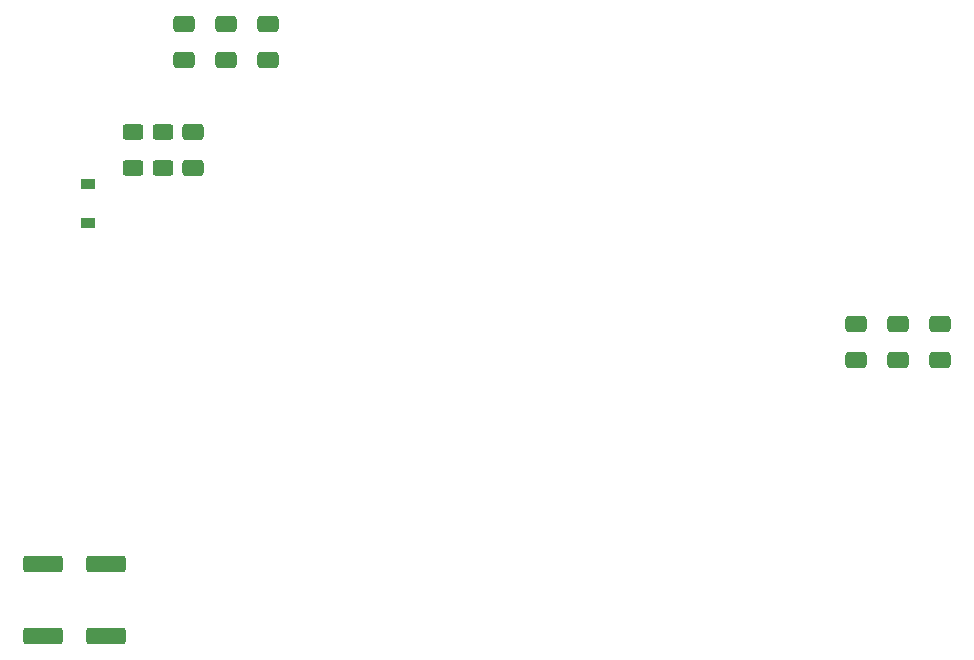
<source format=gtp>
G04 #@! TF.GenerationSoftware,KiCad,Pcbnew,(6.0.11)*
G04 #@! TF.CreationDate,2023-06-15T16:04:14+03:00*
G04 #@! TF.ProjectId,flyback_48V_48W,666c7962-6163-46b5-9f34-38565f343857,rev?*
G04 #@! TF.SameCoordinates,Original*
G04 #@! TF.FileFunction,Paste,Top*
G04 #@! TF.FilePolarity,Positive*
%FSLAX46Y46*%
G04 Gerber Fmt 4.6, Leading zero omitted, Abs format (unit mm)*
G04 Created by KiCad (PCBNEW (6.0.11)) date 2023-06-15 16:04:14*
%MOMM*%
%LPD*%
G01*
G04 APERTURE LIST*
G04 Aperture macros list*
%AMRoundRect*
0 Rectangle with rounded corners*
0 $1 Rounding radius*
0 $2 $3 $4 $5 $6 $7 $8 $9 X,Y pos of 4 corners*
0 Add a 4 corners polygon primitive as box body*
4,1,4,$2,$3,$4,$5,$6,$7,$8,$9,$2,$3,0*
0 Add four circle primitives for the rounded corners*
1,1,$1+$1,$2,$3*
1,1,$1+$1,$4,$5*
1,1,$1+$1,$6,$7*
1,1,$1+$1,$8,$9*
0 Add four rect primitives between the rounded corners*
20,1,$1+$1,$2,$3,$4,$5,0*
20,1,$1+$1,$4,$5,$6,$7,0*
20,1,$1+$1,$6,$7,$8,$9,0*
20,1,$1+$1,$8,$9,$2,$3,0*%
G04 Aperture macros list end*
%ADD10RoundRect,0.250000X-0.625000X0.400000X-0.625000X-0.400000X0.625000X-0.400000X0.625000X0.400000X0*%
%ADD11RoundRect,0.249999X-1.425001X0.450001X-1.425001X-0.450001X1.425001X-0.450001X1.425001X0.450001X0*%
%ADD12R,1.200000X0.900000*%
%ADD13RoundRect,0.250000X-0.650000X0.412500X-0.650000X-0.412500X0.650000X-0.412500X0.650000X0.412500X0*%
G04 APERTURE END LIST*
D10*
X120904000Y-44424000D03*
X120904000Y-47524000D03*
D11*
X116078000Y-81024000D03*
X116078000Y-87124000D03*
D10*
X118364000Y-44424000D03*
X118364000Y-47524000D03*
D12*
X114554000Y-48896000D03*
X114554000Y-52196000D03*
D13*
X123444000Y-44411500D03*
X123444000Y-47536500D03*
X126238000Y-35267500D03*
X126238000Y-38392500D03*
X186690000Y-60667500D03*
X186690000Y-63792500D03*
X179578000Y-60667500D03*
X179578000Y-63792500D03*
X183134000Y-60667500D03*
X183134000Y-63792500D03*
D11*
X110744000Y-81024000D03*
X110744000Y-87124000D03*
D13*
X122682000Y-35267500D03*
X122682000Y-38392500D03*
X129794000Y-35267500D03*
X129794000Y-38392500D03*
M02*

</source>
